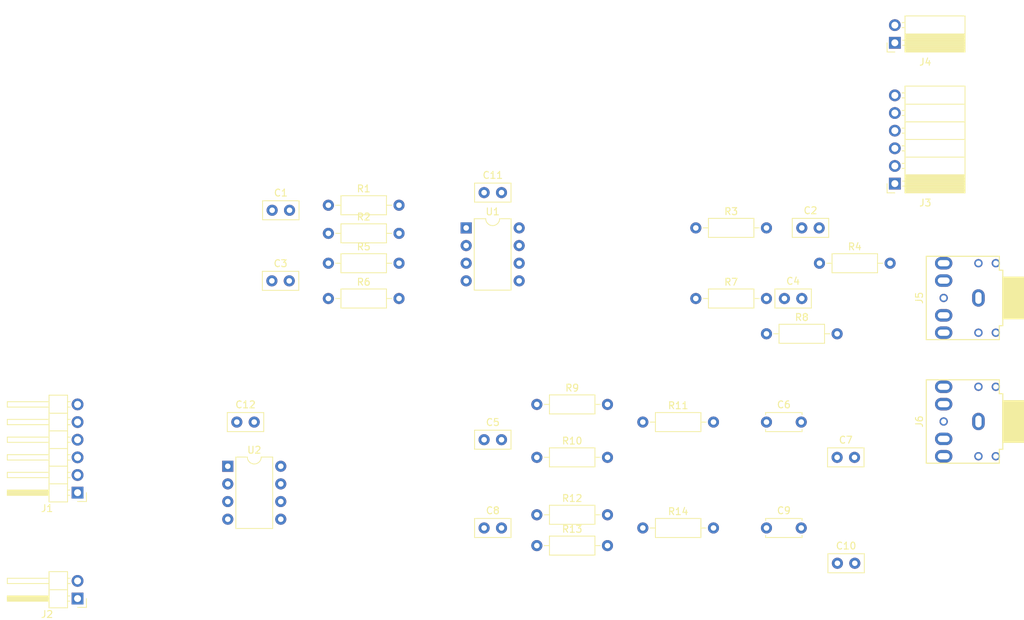
<source format=kicad_pcb>
(kicad_pcb (version 20240108) (generator "pcbnew") (generator_version "8.0")
  (layers (0 "F.Cu" signal) (31 "B.Cu" signal) (34 "B.Paste" user) (35 "F.Paste" user) (36 "B.SilkS" user "B.Silkscreen") (37 "F.SilkS" user "F.Silkscreen") (38 "B.Mask" user) (39 "F.Mask" user) (44 "Edge.Cuts" user))
  (net 0 "")
  (net 1 "Net-(U1A-+)")
  (net 2 "AUDIO_OUT_L")
  (net 3 "Net-(C2-Pad1)")
  (net 4 "EXT_AUDIO_OUT_L")
  (net 5 "Net-(U1B-+)")
  (net 6 "AUDIO_OUT_R")
  (net 7 "Net-(C4-Pad1)")
  (net 8 "EXT_AUDIO_OUT_R")
  (net 9 "Net-(U2A-+)")
  (net 10 "GND")
  (net 11 "EXT_AUDIO_IN_L")
  (net 12 "Net-(C6-Pad1)")
  (net 13 "Net-(U2B-+)")
  (net 14 "Net-(C9-Pad1)")
  (net 15 "EXT_AUDIO_IN_R")
  (net 16 "5V")
  (net 17 "AUDIO_IN_L")
  (net 18 "AUDIO_IN_R")
  (net 19 "Net-(U1A--)")
  (net 20 "Net-(U1B--)")
  (footprint "Capacitor_THT:C_Disc_D5.0mm_W2.5mm_P2.50mm" (layer "F.Cu") (at 193.08 60.96)
    (property "Reference" "C4" (at 1.25 -2.5 0) (layer "F.SilkS"))
    (property "Value" "1μF")
    (fp_line (start -1.37 -1.37) (end -1.37 1.37) (stroke (width 0.12)) (layer "F.SilkS"))
    (fp_line (start -1.37 -1.37) (end 3.87 -1.37) (stroke (width 0.12)) (layer "F.SilkS"))
    (fp_line (start -1.37 1.37) (end 3.87 1.37) (stroke (width 0.12)) (layer "F.SilkS"))
    (fp_line (start 3.87 -1.37) (end 3.87 1.37) (stroke (width 0.12)) (layer "F.SilkS"))
    (pad "1" thru_hole circle (at 0 0) (size 1.6 1.6) (drill 0.8) (layers "*.Cu" "*.Mask") (net 7 "Net-(C4-Pad1)"))
    (pad "2" thru_hole circle (at 2.5 0) (size 1.6 1.6) (drill 0.8) (layers "*.Cu" "*.Mask") (net 8 "EXT_AUDIO_OUT_R"))
  )
  (footprint "Resistor_THT:R_Axial_DIN0207_L6.3mm_D2.5mm_P10.16mm_Horizontal" (layer "F.Cu") (at 172.72 93.98)
    (property "Reference" "R14" (at 5.08 -2.37 0) (layer "F.SilkS"))
    (property "Value" "1KΩ")
    (fp_line (start 1.04 0) (end 1.81 0) (stroke (width 0.12)) (layer "F.SilkS"))
    (fp_line (start 1.81 -1.37) (end 1.81 1.37) (stroke (width 0.12)) (layer "F.SilkS"))
    (fp_line (start 1.81 1.37) (end 8.35 1.37) (stroke (width 0.12)) (layer "F.SilkS"))
    (fp_line (start 8.35 -1.37) (end 1.81 -1.37) (stroke (width 0.12)) (layer "F.SilkS"))
    (fp_line (start 8.35 1.37) (end 8.35 -1.37) (stroke (width 0.12)) (layer "F.SilkS"))
    (fp_line (start 9.12 0) (end 8.35 0) (stroke (width 0.12)) (layer "F.SilkS"))
    (pad "1" thru_hole circle (at 0 0) (size 1.6 1.6) (drill 0.8) (layers "*.Cu" "*.Mask") (net 13 "Net-(U2B-+)"))
    (pad "2" thru_hole oval (at 10.16 0) (size 1.6 1.6) (drill 0.8) (layers "*.Cu" "*.Mask") (net 14 "Net-(C9-Pad1)"))
  )
  (footprint "Capacitor_THT:C_Disc_D5.0mm_W2.5mm_P2.50mm" (layer "F.Cu") (at 149.9 93.98)
    (property "Reference" "C8" (at 1.25 -2.5 0) (layer "F.SilkS"))
    (property "Value" "1nF")
    (fp_line (start -1.37 -1.37) (end -1.37 1.37) (stroke (width 0.12)) (layer "F.SilkS"))
    (fp_line (start -1.37 -1.37) (end 3.87 -1.37) (stroke (width 0.12)) (layer "F.SilkS"))
    (fp_line (start -1.37 1.37) (end 3.87 1.37) (stroke (width 0.12)) (layer "F.SilkS"))
    (fp_line (start 3.87 -1.37) (end 3.87 1.37) (stroke (width 0.12)) (layer "F.SilkS"))
    (pad "1" thru_hole circle (at 0 0) (size 1.6 1.6) (drill 0.8) (layers "*.Cu" "*.Mask") (net 13 "Net-(U2B-+)"))
    (pad "2" thru_hole circle (at 2.5 0) (size 1.6 1.6) (drill 0.8) (layers "*.Cu" "*.Mask") (net 10 "GND"))
  )
  (footprint "Capacitor_THT:C_Disc_D5.0mm_W2.5mm_P5.00mm" (layer "F.Cu") (at 190.5 93.98)
    (property "Reference" "C9" (at 2.5 -2.5 0) (layer "F.SilkS"))
    (property "Value" "1μF")
    (fp_line (start -0.12 -1.37) (end -0.12 -1.055) (stroke (width 0.12)) (layer "F.SilkS"))
    (fp_line (start -0.12 -1.37) (end 5.12 -1.37) (stroke (width 0.12)) (layer "F.SilkS"))
    (fp_line (start -0.12 1.055) (end -0.12 1.37) (stroke (width 0.12)) (layer "F.SilkS"))
    (fp_line (start -0.12 1.37) (end 5.12 1.37) (stroke (width 0.12)) (layer "F.SilkS"))
    (fp_line (start 5.12 -1.37) (end 5.12 -1.055) (stroke (width 0.12)) (layer "F.SilkS"))
    (fp_line (start 5.12 1.055) (end 5.12 1.37) (stroke (width 0.12)) (layer "F.SilkS"))
    (pad "1" thru_hole circle (at 0 0) (size 1.6 1.6) (drill 0.8) (layers "*.Cu" "*.Mask") (net 14 "Net-(C9-Pad1)"))
    (pad "2" thru_hole circle (at 5 0) (size 1.6 1.6) (drill 0.8) (layers "*.Cu" "*.Mask") (net 15 "EXT_AUDIO_IN_R"))
  )
  (footprint "Connector_PinSocket_2.54mm:PinSocket_1x06_P2.54mm_Horizontal" (layer "F.Cu") (at 208.96 44.425 180)
    (property "Reference" "J3" (at -4.38 -2.77 180) (layer "F.SilkS"))
    (property "Value" "Conn_01x06_Male")
    (fp_line (start 1.11 -1.33) (end 1.11 0) (stroke (width 0.12)) (layer "F.SilkS"))
    (fp_line (start 0 -1.33) (end 1.11 -1.33) (stroke (width 0.12)) (layer "F.SilkS"))
    (fp_line (start -1.46 13.06) (end -1.05 13.06) (stroke (width 0.12)) (layer "F.SilkS"))
    (fp_line (start -1.46 12.34) (end -1.05 12.34) (stroke (width 0.12)) (layer "F.SilkS"))
    (fp_line (start -1.46 10.52) (end -1.05 10.52) (stroke (width 0.12)) (layer "F.SilkS"))
    (fp_line (start -1.46 9.8) (end -1.05 9.8) (stroke (width 0.12)) (layer "F.SilkS"))
    (fp_line (start -1.46 7.98) (end -1.05 7.98) (stroke (width 0.12)) (layer "F.SilkS"))
    (fp_line (start -1.46 7.26) (end -1.05 7.26) (stroke (width 0.12)) (layer "F.SilkS"))
    (fp_line (start -1.46 5.44) (end -1.05 5.44) (stroke (width 0.12)) (layer "F.SilkS"))
    (fp_line (start -1.46 4.72) (end -1.05 4.72) (stroke (width 0.12)) (layer "F.SilkS"))
    (fp_line (start -1.46 2.9) (end -1.05 2.9) (stroke (width 0.12)) (layer "F.SilkS"))
    (fp_line (start -1.46 2.18) (end -1.05 2.18) (stroke (width 0.12)) (layer "F.SilkS"))
    (fp_line (start -1.46 0.36) (end -1.11 0.36) (stroke (width 0.12)) (layer "F.SilkS"))
    (fp_line (start -1.46 -0.36) (end -1.11 -0.36) (stroke (width 0.12)) (layer "F.SilkS"))
    (fp_line (start -1.46 -1.33) (end -1.46 14.03) (stroke (width 0.12)) (layer "F.SilkS"))
    (fp_line (start -10.09 14.03) (end -1.46 14.03) (stroke (width 0.12)) (layer "F.SilkS"))
    (fp_line (start -10.09 11.43) (end -1.46 11.43) (stroke (width 0.12)) (layer "F.SilkS"))
    (fp_line (start -10.09 8.89) (end -1.46 8.89) (stroke (width 0.12)) (layer "F.SilkS"))
    (fp_line (start -10.09 6.35) (end -1.46 6.35) (stroke (width 0.12)) (layer "F.SilkS"))
    (fp_line (start -10.09 3.81) (end -1.46 3.81) (stroke (width 0.12)) (layer "F.SilkS"))
    (fp_line (start -10.09 1.27) (end -1.46 1.27) (stroke (width 0.12)) (layer "F.SilkS"))
    (fp_line (start -10.09 1.1519) (end -1.46 1.1519) (stroke (width 0.12)) (layer "F.SilkS"))
    (fp_line (start -10.09 1.033805) (end -1.46 1.033805) (stroke (width 0.12)) (layer "F.SilkS"))
    (fp_line (start -10.09 0.91571) (end -1.46 0.91571) (stroke (width 0.12)) (layer "F.SilkS"))
    (fp_line (start -10.09 0.797615) (end -1.46 0.797615) (stroke (width 0.12)) (layer "F.SilkS"))
    (fp_line (start -10.09 0.67952) (end -1.46 0.67952) (stroke (width 0.12)) (layer "F.SilkS"))
    (fp_line (start -10.09 0.561425) (end -1.46 0.561425) (stroke (width 0.12)) (layer "F.SilkS"))
    (fp_line (start -10.09 0.44333) (end -1.46 0.44333) (stroke (width 0.12)) (layer "F.SilkS"))
    (fp_line (start -10.09 0.325235) (end -1.46 0.325235) (stroke (width 0.12)) (layer "F.SilkS"))
    (fp_line (start -10.09 0.20714) (end -1.46 0.20714) (stroke (width 0.12)) (layer "F.SilkS"))
    (fp_line (start -10.09 0.089045) (end -1.46 0.089045) (stroke (width 0.12)) (layer "F.SilkS"))
    (fp_line (start -10.09 -0.02905) (end -1.46 -0.02905) (stroke (width 0.12)) (layer "F.SilkS"))
    (fp_line (start -10.09 -0.147145) (end -1.46 -0.147145) (stroke (width 0.12)) (layer "F.SilkS"))
    (fp_line (start -10.09 -0.26524) (end -1.46 -0.26524) (stroke (width 0.12)) (layer "F.SilkS"))
    (fp_line (start -10.09 -0.383335) (end -1.46 -0.383335) (stroke (width 0.12)) (layer "F.SilkS"))
    (fp_line (start -10.09 -0.50143) (end -1.46 -0.50143) (stroke (width 0.12)) (layer "F.SilkS"))
    (fp_line (start -10.09 -0.619525) (end -1.46 -0.619525) (stroke (width 0.12)) (layer "F.SilkS"))
    (fp_line (start -10.09 -0.73762) (end -1.46 -0.73762) (stroke (width 0.12)) (layer "F.SilkS"))
    (fp_line (start -10.09 -0.855715) (end -1.46 -0.855715) (stroke (width 0.12)) (layer "F.SilkS"))
    (fp_line (start -10.09 -0.97381) (end -1.46 -0.97381) (stroke (width 0.12)) (layer "F.SilkS"))
    (fp_line (start -10.09 -1.091905) (end -1.46 -1.091905) (stroke (width 0.12)) (layer "F.SilkS"))
    (fp_line (start -10.09 -1.21) (end -1.46 -1.21) (stroke (width 0.12)) (layer "F.SilkS"))
    (fp_line (start -10.09 -1.33) (end -1.46 -1.33) (stroke (width 0.12)) (layer "F.SilkS"))
    (fp_line (start -10.09 -1.33) (end -10.09 14.03) (stroke (width 0.12)) (layer "F.SilkS"))
    (pad "1" thru_hole rect (at 0 0 180) (size 1.7 1.7) (drill 1) (layers "*.Cu" "*.Mask") (net 10 "GND"))
    (pad "2" thru_hole oval (at 0 2.54 180) (size 1.7 1.7) (drill 1) (layers "*.Cu" "*.Mask") (net 11 "EXT_AUDIO_IN_L"))
    (pad "3" thru_hole oval (at 0 5.08 180) (size 1.7 1.7) (drill 1) (layers "*.Cu" "*.Mask") (net 15 "EXT_AUDIO_IN_R"))
    (pad "4" thru_hole oval (at 0 7.62 180) (size 1.7 1.7) (drill 1) (layers "*.Cu" "*.Mask") (net 4 "EXT_AUDIO_OUT_L"))
    (pad "5" thru_hole oval (at 0 10.16 180) (size 1.7 1.7) (drill 1) (layers "*.Cu" "*.Mask") (net 8 "EXT_AUDIO_OUT_R"))
    (pad "6" thru_hole oval (at 0 12.7 180) (size 1.7 1.7) (drill 1) (layers "*.Cu" "*.Mask") (net 10 "GND"))
  )
  (footprint "Resistor_THT:R_Axial_DIN0207_L6.3mm_D2.5mm_P10.16mm_Horizontal" (layer "F.Cu") (at 127.505 47.535)
    (property "Reference" "R1" (at 5.08 -2.37 0) (layer "F.SilkS"))
    (property "Value" "1MΩ")
    (fp_line (start 1.04 0) (end 1.81 0) (stroke (width 0.12)) (layer "F.SilkS"))
    (fp_line (start 1.81 -1.37) (end 1.81 1.37) (stroke (width 0.12)) (layer "F.SilkS"))
    (fp_line (start 1.81 1.37) (end 8.35 1.37) (stroke (width 0.12)) (layer "F.SilkS"))
    (fp_line (start 8.35 -1.37) (end 1.81 -1.37) (stroke (width 0.12)) (layer "F.SilkS"))
    (fp_line (start 8.35 1.37) (end 8.35 -1.37) (stroke (width 0.12)) (layer "F.SilkS"))
    (fp_line (start 9.12 0) (end 8.35 0) (stroke (width 0.12)) (layer "F.SilkS"))
    (pad "1" thru_hole circle (at 0 0) (size 1.6 1.6) (drill 0.8) (layers "*.Cu" "*.Mask") (net 1 "Net-(U1A-+)"))
    (pad "2" thru_hole oval (at 10.16 0) (size 1.6 1.6) (drill 0.8) (layers "*.Cu" "*.Mask") (net 16 "5V"))
  )
  (footprint "Connector_PinSocket_2.54mm:PinSocket_1x02_P2.54mm_Horizontal" (layer "F.Cu") (at 208.96 24.16 180)
    (property "Reference" "J4" (at -4.38 -2.77 180) (layer "F.SilkS"))
    (property "Value" "Conn_01x02_Pin")
    (fp_line (start 1.11 -1.33) (end 1.11 0) (stroke (width 0.12)) (layer "F.SilkS"))
    (fp_line (start 0 -1.33) (end 1.11 -1.33) (stroke (width 0.12)) (layer "F.SilkS"))
    (fp_line (start -1.46 2.9) (end -1.05 2.9) (stroke (width 0.12)) (layer "F.SilkS"))
    (fp_line (start -1.46 2.18) (end -1.05 2.18) (stroke (width 0.12)) (layer "F.SilkS"))
    (fp_line (start -1.46 0.36) (end -1.11 0.36) (stroke (width 0.12)) (layer "F.SilkS"))
    (fp_line (start -1.46 -0.36) (end -1.11 -0.36) (stroke (width 0.12)) (layer "F.SilkS"))
    (fp_line (start -1.46 -1.33) (end -1.46 3.87) (stroke (width 0.12)) (layer "F.SilkS"))
    (fp_line (start -10.09 3.87) (end -1.46 3.87) (stroke (width 0.12)) (layer "F.SilkS"))
    (fp_line (start -10.09 1.27) (end -1.46 1.27) (stroke (width 0.12)) (layer "F.SilkS"))
    (fp_line (start -10.09 1.1519) (end -1.46 1.1519) (stroke (width 0.12)) (layer "F.SilkS"))
    (fp_line (start -10.09 1.033805) (end -1.46 1.033805) (stroke (width 0.12)) (layer "F.SilkS"))
    (fp_line (start -10.09 0.91571) (end -1.46 0.91571) (stroke (width 0.12)) (layer "F.SilkS"))
    (fp_line (start -10.09 0.797615) (end -1.46 0.797615) (stroke (width 0.12)) (layer "F.SilkS"))
    (fp_line (start -10.09 0.67952) (end -1.46 0.67952) (stroke (width 0.12)) (layer "F.SilkS"))
    (fp_line (start -10.09 0.561425) (end -1.46 0.561425) (stroke (width 0.12)) (layer "F.SilkS"))
    (fp_line (start -10.09 0.44333) (end -1.46 0.44333) (stroke (width 0.12)) (layer "F.SilkS"))
    (fp_line (start -10.09 0.325235) (end -1.46 0.325235) (stroke (width 0.12)) (layer "F.SilkS"))
    (fp_line (start -10.09 0.20714) (end -1.46 0.20714) (stroke (width 0.12)) (layer "F.SilkS"))
    (fp_line (start -10.09 0.089045) (end -1.46 0.089045) (stroke (width 0.12)) (layer "F.SilkS"))
    (fp_line (start -10.09 -0.02905) (end -1.46 -0.02905) (stroke (width 0.12)) (layer "F.SilkS"))
    (fp_line (start -10.09 -0.147145) (end -1.46 -0.147145) (stroke (width 0.12)) (layer "F.SilkS"))
    (fp_line (start -10.09 -0.26524) (end -1.46 -0.26524) (stroke (width 0.12)) (layer "F.SilkS"))
    (fp_line (start -10.09 -0.383335) (end -1.46 -0.383335) (stroke (width 0.12)) (layer "F.SilkS"))
    (fp_line (start -10.09 -0.50143) (end -1.46 -0.50143) (stroke (width 0.12)) (layer "F.SilkS"))
    (fp_line (start -10.09 -0.619525) (end -1.46 -0.619525) (stroke (width 0.12)) (layer "F.SilkS"))
    (fp_line (start -10.09 -0.73762) (end -1.46 -0.73762) (stroke (width 0.12)) (layer "F.SilkS"))
    (fp_line (start -10.09 -0.855715) (end -1.46 -0.855715) (stroke (width 0.12)) (layer "F.SilkS"))
    (fp_line (start -10.09 -0.97381) (end -1.46 -0.97381) (stroke (width 0.12)) (layer "F.SilkS"))
    (fp_line (start -10.09 -1.091905) (end -1.46 -1.091905) (stroke (width 0.12)) (layer "F.SilkS"))
    (fp_line (start -10.09 -1.21) (end -1.46 -1.21) (stroke (width 0.12)) (layer "F.SilkS"))
    (fp_line (start -10.09 -1.33) (end -1.46 -1.33) (stroke (width 0.12)) (layer "F.SilkS"))
    (fp_line (start -10.09 -1.33) (end -10.09 3.87) (stroke (width 0.12)) (layer "F.SilkS"))
    (pad "1" thru_hole rect (at 0 0 180) (size 1.7 1.7) (drill 1) (layers "*.Cu" "*.Mask") (net 10 "GND"))
    (pad "2" thru_hole oval (at 0 2.54 180) (size 1.7 1.7) (drill 1) (layers "*.Cu" "*.Mask") (net 16 "5V"))
  )
  (footprint "Resistor_THT:R_Axial_DIN0207_L6.3mm_D2.5mm_P10.16mm_Horizontal" (layer "F.Cu") (at 127.505 60.96)
    (property "Reference" "R6" (at 5.08 -2.37 0) (layer "F.SilkS"))
    (property "Value" "1MΩ")
    (fp_line (start 1.04 0) (end 1.81 0) (stroke (width 0.12)) (layer "F.SilkS"))
    (fp_line (start 1.81 -1.37) (end 1.81 1.37) (stroke (width 0.12)) (layer "F.SilkS"))
    (fp_line (start 1.81 1.37) (end 8.35 1.37) (stroke (width 0.12)) (layer "F.SilkS"))
    (fp_line (start 8.35 -1.37) (end 1.81 -1.37) (stroke (width 0.12)) (layer "F.SilkS"))
    (fp_line (start 8.35 1.37) (end 8.35 -1.37) (stroke (width 0.12)) (layer "F.SilkS"))
    (fp_line (start 9.12 0) (end 8.35 0) (stroke (width 0.12)) (layer "F.SilkS"))
    (pad "1" thru_hole circle (at 0 0) (size 1.6 1.6) (drill 0.8) (layers "*.Cu" "*.Mask") (net 10 "GND"))
    (pad "2" thru_hole oval (at 10.16 0) (size 1.6 1.6) (drill 0.8) (layers "*.Cu" "*.Mask") (net 5 "Net-(U1B-+)"))
  )
  (footprint "Capacitor_THT:C_Disc_D5.0mm_W2.5mm_P2.50mm" (layer "F.Cu") (at 200.66 83.82)
    (property "Reference" "C7" (at 1.25 -2.5 0) (layer "F.SilkS"))
    (property "Value" "100pF")
    (fp_line (start -1.37 -1.37) (end -1.37 1.37) (stroke (width 0.12)) (layer "F.SilkS"))
    (fp_line (start -1.37 -1.37) (end 3.87 -1.37) (stroke (width 0.12)) (layer "F.SilkS"))
    (fp_line (start -1.37 1.37) (end 3.87 1.37) (stroke (width 0.12)) (layer "F.SilkS"))
    (fp_line (start 3.87 -1.37) (end 3.87 1.37) (stroke (width 0.12)) (layer "F.SilkS"))
    (pad "1" thru_hole circle (at 0 0) (size 1.6 1.6) (drill 0.8) (layers "*.Cu" "*.Mask") (net 11 "EXT_AUDIO_IN_L"))
    (pad "2" thru_hole circle (at 2.5 0) (size 1.6 1.6) (drill 0.8) (layers "*.Cu" "*.Mask") (net 10 "GND"))
  )
  (footprint "Resistor_THT:R_Axial_DIN0207_L6.3mm_D2.5mm_P10.16mm_Horizontal" (layer "F.Cu") (at 198.12 55.88)
    (property "Reference" "R4" (at 5.08 -2.37 0) (layer "F.SilkS"))
    (property "Value" "100KΩ")
    (fp_line (start 1.04 0) (end 1.81 0) (stroke (width 0.12)) (layer "F.SilkS"))
    (fp_line (start 1.81 -1.37) (end 1.81 1.37) (stroke (width 0.12)) (layer "F.SilkS"))
    (fp_line (start 1.81 1.37) (end 8.35 1.37) (stroke (width 0.12)) (layer "F.SilkS"))
    (fp_line (start 8.35 -1.37) (end 1.81 -1.37) (stroke (width 0.12)) (layer "F.SilkS"))
    (fp_line (start 8.35 1.37) (end 8.35 -1.37) (stroke (width 0.12)) (layer "F.SilkS"))
    (fp_line (start 9.12 0) (end 8.35 0) (stroke (width 0.12)) (layer "F.SilkS"))
    (pad "1" thru_hole circle (at 0 0) (size 1.6 1.6) (drill 0.8) (layers "*.Cu" "*.Mask") (net 10 "GND"))
    (pad "2" thru_hole oval (at 10.16 0) (size 1.6 1.6) (drill 0.8) (layers "*.Cu" "*.Mask") (net 4 "EXT_AUDIO_OUT_L"))
  )
  (footprint "Capacitor_THT:C_Disc_D5.0mm_W2.5mm_P2.50mm" (layer "F.Cu") (at 200.7 99.06)
    (property "Reference" "C10" (at 1.25 -2.5 0) (layer "F.SilkS"))
    (property "Value" "100pF")
    (fp_line (start -1.37 -1.37) (end -1.37 1.37) (stroke (width 0.12)) (layer "F.SilkS"))
    (fp_line (start -1.37 -1.37) (end 3.87 -1.37) (stroke (width 0.12)) (layer "F.SilkS"))
    (fp_line (start -1.37 1.37) (end 3.87 1.37) (stroke (width 0.12)) (layer "F.SilkS"))
    (fp_line (start 3.87 -1.37) (end 3.87 1.37) (stroke (width 0.12)) (layer "F.SilkS"))
    (pad "1" thru_hole circle (at 0 0) (size 1.6 1.6) (drill 0.8) (layers "*.Cu" "*.Mask") (net 15 "EXT_AUDIO_IN_R"))
    (pad "2" thru_hole circle (at 2.5 0) (size 1.6 1.6) (drill 0.8) (layers "*.Cu" "*.Mask") (net 10 "GND"))
  )
  (footprint "Resistor_THT:R_Axial_DIN0207_L6.3mm_D2.5mm_P10.16mm_Horizontal" (layer "F.Cu") (at 180.34 60.96)
    (property "Reference" "R7" (at 5.08 -2.37 0) (layer "F.SilkS"))
    (property "Value" "100Ω")
    (fp_line (start 1.04 0) (end 1.81 0) (stroke (width 0.12)) (layer "F.SilkS"))
    (fp_line (start 1.81 -1.37) (end 1.81 1.37) (stroke (width 0.12)) (layer "F.SilkS"))
    (fp_line (start 1.81 1.37) (end 8.35 1.37) (stroke (width 0.12)) (layer "F.SilkS"))
    (fp_line (start 8.35 -1.37) (end 1.81 -1.37) (stroke (width 0.12)) (layer "F.SilkS"))
    (fp_line (start 8.35 1.37) (end 8.35 -1.37) (stroke (width 0.12)) (layer "F.SilkS"))
    (fp_line (start 9.12 0) (end 8.35 0) (stroke (width 0.12)) (layer "F.SilkS"))
    (pad "1" thru_hole circle (at 0 0) (size 1.6 1.6) (drill 0.8) (layers "*.Cu" "*.Mask") (net 20 "Net-(U1B--)"))
    (pad "2" thru_hole oval (at 10.16 0) (size 1.6 1.6) (drill 0.8) (layers "*.Cu" "*.Mask") (net 7 "Net-(C4-Pad1)"))
  )
  (footprint "Connector_PinHeader_2.54mm:PinHeader_1x02_P2.54mm_Horizontal" (layer "F.Cu") (at 91.44 104.14 180)
    (property "Reference" "J2" (at 4.385 -2.27 180) (layer "F.SilkS"))
    (property "Value" "Conn_01x02_Pin")
    (fp_line (start 10.1 2.92) (end 4.1 2.92) (stroke (width 0.12)) (layer "F.SilkS"))
    (fp_line (start 10.1 2.16) (end 10.1 2.92) (stroke (width 0.12)) (layer "F.SilkS"))
    (fp_line (start 10.1 0.38) (end 4.1 0.38) (stroke (width 0.12)) (layer "F.SilkS"))
    (fp_line (start 10.1 -0.38) (end 10.1 0.38) (stroke (width 0.12)) (layer "F.SilkS"))
    (fp_line (start 4.1 3.87) (end 4.1 -1.33) (stroke (width 0.12)) (layer "F.SilkS"))
    (fp_line (start 4.1 2.16) (end 10.1 2.16) (stroke (width 0.12)) (layer "F.SilkS"))
    (fp_line (start 4.1 0.28) (end 10.1 0.28) (stroke (width 0.12)) (layer "F.SilkS"))
    (fp_line (start 4.1 0.16) (end 10.1 0.16) (stroke (width 0.12)) (layer "F.SilkS"))
    (fp_line (start 4.1 0.04) (end 10.1 0.04) (stroke (width 0.12)) (layer "F.SilkS"))
    (fp_line (start 4.1 -0.08) (end 10.1 -0.08) (stroke (width 0.12)) (layer "F.SilkS"))
    (fp_line (start 4.1 -0.2) (end 10.1 -0.2) (stroke (width 0.12)) (layer "F.SilkS"))
    (fp_line (start 4.1 -0.32) (end 10.1 -0.32) (stroke (width 0.12)) (layer "F.SilkS"))
    (fp_line (start 4.1 -0.38) (end 10.1 -0.38) (stroke (width 0.12)) (layer "F.SilkS"))
    (fp_line (start 4.1 -1.33) (end 1.44 -1.33) (stroke (width 0.12)) (layer "F.SilkS"))
    (fp_line (start 1.44 3.87) (end 4.1 3.87) (stroke (width 0.12)) (layer "F.SilkS"))
    (fp_line (start 1.44 1.27) (end 4.1 1.27) (stroke (width 0.12)) (layer "F.SilkS"))
    (fp_line (start 1.44 -1.33) (end 1.44 3.87) (stroke (width 0.12)) (layer "F.SilkS"))
    (fp_line (start 1.11 0.38) (end 1.44 0.38) (stroke (width 0.12)) (layer "F.SilkS"))
    (fp_line (start 1.11 -0.38) (end 1.44 -0.38) (stroke (width 0.12)) (layer "F.SilkS"))
    (fp_line (start 1.042929 2.92) (end 1.44 2.92) (stroke (width 0.12)) (layer "F.SilkS"))
    (fp_line (start 1.042929 2.16) (end 1.44 2.16) (stroke (width 0.12)) (layer "F.SilkS"))
    (fp_line (start -1.27 0) (end -1.27 -1.27) (stroke (width 0.12)) (layer "F.SilkS"))
    (fp_line (start -1.27 -1.27) (end 0 -1.27) (stroke (width 0.12)) (layer "F.SilkS"))
    (pad "1" thru_hole rect (at 0 0 180) (size 1.7 1.7) (drill 1) (layers "*.Cu" "*.Mask") (net 16 "5V"))
    (pad "2" thru_hole oval (at 0 2.54 180) (size 1.7 1.7) (drill 1) (layers "*.Cu" "*.Mask") (net 10 "GND"))
  )
  (footprint "Package_DIP:DIP-8_W7.62mm" (layer "F.Cu") (at 113.04 85.1)
    (property "Reference" "U2" (at 3.81 -2.33 0) (layer "F.SilkS"))
    (property "Value" "TL072")
    (fp_line (start 1.16 -1.33) (end 1.16 8.95) (stroke (width 0.12)) (layer "F.SilkS"))
    (fp_line (start 1.16 8.95) (end 6.46 8.95) (stroke (width 0.12)) (layer "F.SilkS"))
    (fp_line (start 2.81 -1.33) (end 1.16 -1.33) (stroke (width 0.12)) (layer "F.SilkS"))
    (fp_line (start 6.46 -1.33) (end 4.81 -1.33) (stroke (width 0.12)) (layer "F.SilkS"))
    (fp_line (start 6.46 8.95) (end 6.46 -1.33) (stroke (width 0.12)) (layer "F.SilkS"))
    (fp_arc (start 4.81 -1.33) (mid 3.81 -0.33) (end 2.81 -1.33) (stroke (width 0.12)) (layer "F.SilkS"))
    (pad "1" thru_hole rect (at 0 0) (size 1.6 1.6) (drill 0.8) (layers "*.Cu" "*.Mask") (net 17 "AUDIO_IN_L"))
    (pad "2" thru_hole oval (at 0 2.54) (size 1.6 1.6) (drill 0.8) (layers "*.Cu" "*.Mask") (net 17 "AUDIO_IN_L"))
    (pad "3" thru_hole oval (at 0 5.08) (size 1.6 1.6) (drill 0.8) (layers "*.Cu" "*.Mask") (net 9 "Net-(U2A-+)"))
    (pad "4" thru_hole oval (at 0 7.62) (size 1.6 1.6) (drill 0.8) (layers "*.Cu" "*.Mask") (net 10 "GND"))
    (pad "5" thru_hole oval (at 7.62 7.62) (size 1.6 1.6) (drill 0.8) (layers "*.Cu" "*.Mask") (net 13 "Net-(U2B-+)"))
    (pad "6" thru_hole oval (at 7.62 5.08) (size 1.6 1.6) (drill 0.8) (layers "*.Cu" "*.Mask") (net 18 "AUDIO_IN_R"))
    (pad "7" thru_hole oval (at 7.62 2.54) (size 1.6 1.6) (drill 0.8) (layers "*.Cu" "*.Mask") (net 18 "AUDIO_IN_R"))
    (pad "8" thru_hole oval (at 7.62 0) (size 1.6 1.6) (drill 0.8) (layers "*.Cu" "*.Mask") (net 16 "5V"))
  )
  (footprint "Capacitor_THT:C_Disc_D5.0mm_W2.5mm_P2.50mm" (layer "F.Cu") (at 119.42 48.26)
    (property "Reference" "C1" (at 1.25 -2.5 0) (layer "F.SilkS"))
    (property "Value" "1μF")
    (fp_line (start -1.37 -1.37) (end -1.37 1.37) (stroke (width 0.12)) (layer "F.SilkS"))
    (fp_line (start -1.37 -1.37) (end 3.87 -1.37) (stroke (width 0.12)) (layer "F.SilkS"))
    (fp_line (start -1.37 1.37) (end 3.87 1.37) (stroke (width 0.12)) (layer "F.SilkS"))
    (fp_line (start 3.87 -1.37) (end 3.87 1.37) (stroke (width 0.12)) (layer "F.SilkS"))
    (pad "1" thru_hole circle (at 0 0) (size 1.6 1.6) (drill 0.8) (layers "*.Cu" "*.Mask") (net 2 "AUDIO_OUT_L"))
    (pad "2" thru_hole circle (at 2.5 0) (size 1.6 1.6) (drill 0.8) (layers "*.Cu" "*.Mask") (net 1 "Net-(U1A-+)"))
  )
  (footprint "Protoplasma:PJ-307" (layer "F.Cu") (at 217.98 60.88 180)
    (property "Reference" "J5" (at 5.5 0 270) (layer "F.SilkS"))
    (property "Value" "AudioJack3")
    (fp_line (start 4.5 6) (end -6 6) (stroke (width 0.15)) (layer "F.SilkS"))
    (fp_line (start 4.5 -6) (end 4.5 6) (stroke (width 0.15)) (layer "F.SilkS"))
    (fp_line (start -6 6) (end -6 4) (stroke (width 0.15)) (layer "F.SilkS"))
    (fp_line (start -6 4) (end -6.5 4) (stroke (width 0.15)) (layer "F.SilkS"))
    (fp_line (start -6 -4) (end -6.5 -4) (stroke (width 0.15)) (layer "F.SilkS"))
    (fp_line (start -6 -6) (end 4.5 -6) (stroke (width 0.15)) (layer "F.SilkS"))
    (fp_line (start -6 -6) (end -6 -4) (stroke (width 0.15)) (layer "F.SilkS"))
    (fp_line (start -6.5 4) (end -6.5 -4) (stroke (width 0.15)) (layer "F.SilkS"))
    (fp_poly (pts (xy -6.5 -3) (xy -6.5 3) (xy -9.5 3) (xy -9.5 -3)) (stroke (width 0.15)) (fill solid) (layer "F.SilkS"))
    (pad "" np_thru_hole circle (at -5.5 -5 180) (size 1.2 1.2) (drill 0.762) (layers "*.Cu" "*.Mask"))
    (pad "" np_thru_hole circle (at -5.5 5 180) (size 1.2 1.2) (drill 0.762) (layers "*.Cu" "*.Mask"))
    (pad "" np_thru_hole circle (at -3 -5 180) (size 1.2 1.2) (drill 0.762) (layers "*.Cu" "*.Mask"))
    (pad "" np_thru_hole circle (at -3 5 180) (size 1.2 1.2) (drill 0.762) (layers "*.Cu" "*.Mask"))
    (pad "" np_thru_hole circle (at 2 0 180) (size 1.2 1.2) (drill 0.762) (layers "*.Cu" "*.Mask"))
    (pad "R" thru_hole oval (at 2 -5 180) (size 2.5 1.8) (drill oval 1.7 0.9) (layers "*.Cu" "*.Mask") (net 8 "EXT_AUDIO_OUT_R"))
    (pad "RN" thru_hole oval (at 2 -2.5 180) (size 2.5 1.8) (drill oval 1.7 0.9) (layers "*.Cu" "*.Mask"))
    (pad "S" thru_hole oval (at -3 0 270) (size 2.5 1.8) (drill oval 1.7 0.9) (layers "*.Cu" "*.Mask") (net 10 "GND"))
    (pad "T" thru_hole oval (at 2 5 180) (size 2.5 1.8) (drill oval 1.7 0.9) (layers "*.Cu" "*.Mask") (net 4 "EXT_AUDIO_OUT_L"))
    (pad "TN" thru_hole oval (at 2 2.5 180) (size 2.5 1.8) (drill oval 1.7 0.9) (layers "*.Cu" "*.Mask"))
  )
  (footprint "Capacitor_THT:C_Disc_D5.0mm_W2.5mm_P2.50mm" (layer "F.Cu") (at 114.34 78.74)
    (property "Reference" "C12" (at 1.25 -2.5 0) (layer "F.SilkS"))
    (property "Value" "100nF")
    (fp_line (start -1.37 -1.37) (end -1.37 1.37) (stroke (width 0.12)) (layer "F.SilkS"))
    (fp_line (start -1.37 -1.37) (end 3.87 -1.37) (stroke (width 0.12)) (layer "F.SilkS"))
    (fp_line (start -1.37 1.37) (end 3.87 1.37) (stroke (width 0.12)) (layer "F.SilkS"))
    (fp_line (start 3.87 -1.37) (end 3.87 1.37) (stroke (width 0.12)) (layer "F.SilkS"))
    (pad "1" thru_hole circle (at 0 0) (size 1.6 1.6) (drill 0.8) (layers "*.Cu" "*.Mask") (net 16 "5V"))
    (pad "2" thru_hole circle (at 2.5 0) (size 1.6 1.6) (drill 0.8) (layers "*.Cu" "*.Mask") (net 10 "GND"))
  )
  (footprint "Resistor_THT:R_Axial_DIN0207_L6.3mm_D2.5mm_P10.16mm_Horizontal" (layer "F.Cu") (at 172.72 78.74)
    (property "Reference" "R11" (at 5.08 -2.37 0) (layer "F.SilkS"))
    (property "Value" "1KΩ")
    (fp_line (start 1.04 0) (end 1.81 0) (stroke (width 0.12)) (layer "F.SilkS"))
    (fp_line (start 1.81 -1.37) (end 1.81 1.37) (stroke (width 0.12)) (layer "F.SilkS"))
    (fp_line (start 1.81 1.37) (end 8.35 1.37) (stroke (width 0.12)) (layer "F.SilkS"))
    (fp_line (start 8.35 -1.37) (end 1.81 -1.37) (stroke (width 0.12)) (layer "F.SilkS"))
    (fp_line (start 8.35 1.37) (end 8.35 -1.37) (stroke (width 0.12)) (layer "F.SilkS"))
    (fp_line (start 9.12 0) (end 8.35 0) (stroke (width 0.12)) (layer "F.SilkS"))
    (pad "1" thru_hole circle (at 0 0) (size 1.6 1.6) (drill 0.8) (layers "*.Cu" "*.Mask") (net 9 "Net-(U2A-+)"))
    (pad "2" thru_hole oval (at 10.16 0) (size 1.6 1.6) (drill 0.8) (layers "*.Cu" "*.Mask") (net 12 "Net-(C6-Pad1)"))
  )
  (footprint "Resistor_THT:R_Axial_DIN0207_L6.3mm_D2.5mm_P10.16mm_Horizontal" (layer "F.Cu") (at 127.505 55.88)
    (property "Reference" "R5" (at 5.08 -2.37 0) (layer "F.SilkS"))
    (property "Value" "1MΩ")
    (fp_line (start 1.04 0) (end 1.81 0) (stroke (width 0.12)) (layer "F.SilkS"))
    (fp_line (start 1.81 -1.37) (end 1.81 1.37) (stroke (width 0.12)) (layer "F.SilkS"))
    (fp_line (start 1.81 1.37) (end 8.35 1.37) (stroke (width 0.12)) (layer "F.SilkS"))
    (fp_line (start 8.35 -1.37) (end 1.81 -1.37) (stroke (width 0.12)) (layer "F.SilkS"))
    (fp_line (start 8.35 1.37) (end 8.35 -1.37) (stroke (width 0.12)) (layer "F.SilkS"))
    (fp_line (start 9.12 0) (end 8.35 0) (stroke (width 0.12)) (layer "F.SilkS"))
    (pad "1" thru_hole circle (at 0 0) (size 1.6 1.6) (drill 0.8) (layers "*.Cu" "*.Mask") (net 5 "Net-(U1B-+)"))
    (pad "2" thru_hole oval (at 10.16 0) (size 1.6 1.6) (drill 0.8) (layers "*.Cu" "*.Mask") (net 16 "5V"))
  )
  (footprint "Capacitor_THT:C_Disc_D5.0mm_W2.5mm_P2.50mm" (layer "F.Cu") (at 149.9 81.28)
    (property "Reference" "C5" (at 1.25 -2.5 0) (layer "F.SilkS"))
    (property "Value" "1nF")
    (fp_line (start -1.37 -1.37) (end -1.37 1.37) (stroke (width 0.12)) (layer "F.SilkS"))
    (fp_line (start -1.37 -1.37) (end 3.87 -1.37) (stroke (width 0.12)) (layer "F.SilkS"))
    (fp_line (start -1.37 1.37) (end 3.87 1.37) (stroke (width 0.12)) (layer "F.SilkS"))
    (fp_line (start 3.87 -1.37) (end 3.87 1.37) (stroke (width 0.12)) (layer "F.SilkS"))
    (pad "1" thru_hole circle (at 0 0) (size 1.6 1.6) (drill 0.8) (layers "*.Cu" "*.Mask") (net 9 "Net-(U2A-+)"))
    (pad "2" thru_hole circle (at 2.5 0) (size 1.6 1.6) (drill 0.8) (layers "*.Cu" "*.Mask") (net 10 "GND"))
  )
  (footprint "Resistor_THT:R_Axial_DIN0207_L6.3mm_D2.5mm_P10.16mm_Horizontal" (layer "F.Cu") (at 157.48 76.2)
    (property "Reference" "R9" (at 5.08 -2.37 0) (layer "F.SilkS"))
    (property "Value" "1MΩ")
    (fp_line (start 1.04 0) (end 1.81 0) (stroke (width 0.12)) (layer "F.SilkS"))
    (fp_line (start 1.81 -1.37) (end 1.81 1.37) (stroke (width 0.12)) (layer "F.SilkS"))
    (fp_line (start 1.81 1.37) (end 8.35 1.37) (stroke (width 0.12)) (layer "F.SilkS"))
    (fp_line (start 8.35 -1.37) (end 1.81 -1.37) (stroke (width 0.12)) (layer "F.SilkS"))
    (fp_line (start 8.35 1.37) (end 8.35 -1.37) (stroke (width 0.12)) (layer "F.SilkS"))
    (fp_line (start 9.12 0) (end 8.35 0) (stroke (width 0.12)) (layer "F.SilkS"))
    (pad "1" thru_hole circle (at 0 0) (size 1.6 1.6) (drill 0.8) (layers "*.Cu" "*.Mask") (net 9 "Net-(U2A-+)"))
    (pad "2" thru_hole oval (at 10.16 0) (size 1.6 1.6) (drill 0.8) (layers "*.Cu" "*.Mask") (net 16 "5V"))
  )
  (footprint "Capacitor_THT:C_Disc_D5.0mm_W2.5mm_P2.50mm" (layer "F.Cu") (at 195.58 50.8)
    (property "Reference" "C2" (at 1.25 -2.5 0) (layer "F.SilkS"))
    (property "Value" "1μF")
    (fp_line (start -1.37 -1.37) (end -1.37 1.37) (stroke (width 0.12)) (layer "F.SilkS"))
    (fp_line (start -1.37 -1.37) (end 3.87 -1.37) (stroke (width 0.12)) (layer "F.SilkS"))
    (fp_line (start -1.37 1.37) (end 3.87 1.37) (stroke (width 0.12)) (layer "F.SilkS"))
    (fp_line (start 3.87 -1.37) (end 3.87 1.37) (stroke (width 0.12)) (layer "F.SilkS"))
    (pad "1" thru_hole circle (at 0 0) (size 1.6 1.6) (drill 0.8) (layers "*.Cu" "*.Mask") (net 3 "Net-(C2-Pad1)"))
    (pad "2" thru_hole circle (at 2.5 0) (size 1.6 1.6) (drill 0.8) (layers "*.Cu" "*.Mask") (net 4 "EXT_AUDIO_OUT_L"))
  )
  (footprint "Capacitor_THT:C_Disc_D5.0mm_W2.5mm_P2.50mm" (layer "F.Cu") (at 149.9 45.72)
    (property "Reference" "C11" (at 1.25 -2.5 0) (layer "F.SilkS"))
    (property "Value" "100nF")
    (fp_line (start -1.37 -1.37) (end -1.37 1.37) (stroke (width 0.12)) (layer "F.SilkS"))
    (fp_line (start -1.37 -1.37) (end 3.87 -1.37) (stroke (width 0.12)) (layer "F.SilkS"))
    (fp_line (start -1.37 1.37) (end 3.87 1.37) (stroke (width 0.12)) (layer "F.SilkS"))
    (fp_line (start 3.87 -1.37) (end 3.87 1.37) (stroke (width 0.12)) (layer "F.SilkS"))
    (pad "1" thru_hole circle (at 0 0) (size 1.6 1.6) (drill 0.8) (layers "*.Cu" "*.Mask") (net 16 "5V"))
    (pad "2" thru_hole circle (at 2.5 0) (size 1.6 1.6) (drill 0.8) (layers "*.Cu" "*.Mask") (net 10 "GND"))
  )
  (footprint "Protoplasma:PJ-307" (layer "F.Cu") (at 217.98 78.66 180)
    (property "Reference" "J6" (at 5.5 0 270) (layer "F.SilkS"))
    (property "Value" "AudioJack3")
    (fp_line (start 4.5 6) (end -6 6) (stroke (width 0.15)) (layer "F.SilkS"))
    (fp_line (start 4.5 -6) (end 4.5 6) (stroke (width 0.15)) (layer "F.SilkS"))
    (fp_line (start -6 6) (end -6 4) (stroke (width 0.15)) (layer "F.SilkS"))
    (fp_line (start -6 4) (end -6.5 4) (stroke (width 0.15)) (layer "F.SilkS"))
    (fp_line (start -6 -4) (end -6.5 -4) (stroke (width 0.15)) (layer "F.SilkS"))
    (fp_line (start -6 -6) (end 4.5 -6) (stroke (width 0.15)) (layer "F.SilkS"))
    (fp_line (start -6 -6) (end -6 -4) (stroke (width 0.15)) (layer "F.SilkS"))
    (fp_line (start -6.5 4) (end -6.5 -4) (stroke (width 0.15)) (layer "F.SilkS"))
    (fp_poly (pts (xy -6.5 -3) (xy -6.5 3) (xy -9.5 3) (xy -9.5 -3)) (stroke (width 0.15)) (fill solid) (layer "F.SilkS"))
    (pad "" np_thru_hole circle (at -5.5 -5 180) (size 1.2 1.2) (drill 0.762) (layers "*.Cu" "*.Mask"))
    (pad "" np_thru_hole circle (at -5.5 5 180) (size 1.2 1.2) (drill 0.762) (layers "*.Cu" "*.Mask"))
    (pad "" np_thru_hole circle (at -3 -5 180) (size 1.2 1.2) (drill 0.762) (layers "*.Cu" "*.Mask"))
    (pad "" np_thru_hole circle (at -3 5 180) (size 1.2 1.2) (drill 0.762) (layers "*.Cu" "*.Mask"))
    (pad "" np_thru_hole circle (at 2 0 180) (size 1.2 1.2) (drill 0.762) (layers "*.Cu" "*.Mask"))
    (pad "R" thru_hole oval (at 2 -5 180) (size 2.5 1.8) (drill oval 1.7 0.9) (layers "*.Cu" "*.Mask") (net 15 "EXT_AUDIO_IN_R"))
    (pad "RN" thru_hole oval (at 2 -2.5 180) (size 2.5 1.8) (drill oval 1.7 0.9) (layers "*.Cu" "*.Mask"))
    (pad "S" thru_hole oval (at -3 0 270) (size 2.5 1.8) (drill oval 1.7 0.9) (layers "*.Cu" "*.Mask") (net 10 "GND"))
    (pad "T" thru_hole oval (at 2 5 180) (size 2.5 1.8) (drill oval 1.7 0.9) (layers "*.Cu" "*.Mask") (net 11 "EXT_AUDIO_IN_L"))
    (pad "TN" thru_hole oval (at 2 2.5 180) (size 2.5 1.8) (drill oval 1.7 0.9) (layers "*.Cu" "*.Mask"))
  )
  (footprint "Resistor_THT:R_Axial_DIN0207_L6.3mm_D2.5mm_P10.16mm_Horizontal" (layer "F.Cu") (at 180.34 50.8)
    (property "Reference" "R3" (at 5.08 -2.37 0) (layer "F.SilkS"))
    (property "Value" "100Ω")
    (fp_line (start 1.04 0) (end 1.81 0) (stroke (width 0.12)) (layer "F.SilkS"))
    (fp_line (start 1.81 -1.37) (end 1.81 1.37) (stroke (width 0.12)) (layer "F.SilkS"))
    (fp_line (start 1.81 1.37) (end 8.35 1.37) (stroke (width 0.12)) (layer "F.SilkS"))
    (fp_line (start 8.35 -1.37) (end 1.81 -1.37) (stroke (width 0.12)) (layer "F.SilkS"))
    (fp_line (start 8.35 1.37) (end 8.35 -1.37) (stroke (width 0.12)) (layer "F.SilkS"))
    (fp_line (start 9.12 0) (end 8.35 0) (stroke (width 0.12)) (layer "F.SilkS"))
    (pad "1" thru_hole circle (at 0 0) (size 1.6 1.6) (drill 0.8) (layers "*.Cu" "*.Mask") (net 19 "Net-(U1A--)"))
    (pad "2" thru_hole oval (at 10.16 0) (size 1.6 1.6) (drill 0.8) (layers "*.Cu" "*.Mask") (net 3 "Net-(C2-Pad1)"))
  )
  (footprint "Resistor_THT:R_Axial_DIN0207_L6.3mm_D2.5mm_P10.16mm_Horizontal" (layer "F.Cu") (at 157.48 96.52)
    (property "Reference" "R13" (at 5.08 -2.37 0) (layer "F.SilkS"))
    (property "Value" "1MΩ")
    (fp_line (start 1.04 0) (end 1.81 0) (stroke (width 0.12)) (layer "F.SilkS"))
    (fp_line (start 1.81 -1.37) (end 1.81 1.37) (stroke (width 0.12)) (layer "F.SilkS"))
    (fp_line (start 1.81 1.37) (end 8.35 1.37) (stroke (width 0.12)) (layer "F.SilkS"))
    (fp_line (start 8.35 -1.37) (end 1.81 -1.37) (stroke (width 0.12)) (layer "F.SilkS"))
    (fp_line (start 8.35 1.37) (end 8.35 -1.37) (stroke (width 0.12)) (layer "F.SilkS"))
    (fp_line (start 9.12 0) (end 8.35 0) (stroke (width 0.12)) (layer "F.SilkS"))
    (pad "1" thru_hole circle (at 0 0) (size 1.6 1.6) (drill 0.8) (layers "*.Cu" "*.Mask") (net 10 "GND"))
    (pad "2" thru_hole oval (at 10.16 0) (size 1.6 1.6) (drill 0.8) (layers "*.Cu" "*.Mask") (net 13 "Net-(U2B-+)"))
  )
  (footprint "Resistor_THT:R_Axial_DIN0207_L6.3mm_D2.5mm_P10.16mm_Horizontal" (layer "F.Cu") (at 127.505 51.585)
    (property "Reference" "R2" (at 5.08 -2.37 0) (layer "F.SilkS"))
    (property "Value" "1MΩ")
    (fp_line (start 1.04 0) (end 1.81 0) (stroke (width 0.12)) (layer "F.SilkS"))
    (fp_line (start 1.81 -1.37) (end 1.81 1.37) (stroke (width 0.12)) (layer "F.SilkS"))
    (fp_line (start 1.81 1.37) (end 8.35 1.37) (stroke (width 0.12)) (layer "F.SilkS"))
    (fp_line (start 8.35 -1.37) (end 1.81 -1.37) (stroke (width 0.12)) (layer "F.SilkS"))
    (fp_line (start 8.35 1.37) (end 8.35 -1.37) (stroke (width 0.12)) (layer "F.SilkS"))
    (fp_line (start 9.12 0) (end 8.35 0) (stroke (width 0.12)) (layer "F.SilkS"))
    (pad "1" thru_hole circle (at 0 0) (size 1.6 1.6) (drill 0.8) (layers "*.Cu" "*.Mask") (net 10 "GND"))
    (pad "2" thru_hole oval (at 10.16 0) (size 1.6 1.6) (drill 0.8) (layers "*.Cu" "*.Mask") (net 1 "Net-(U1A-+)"))
  )
  (footprint "Resistor_THT:R_Axial_DIN0207_L6.3mm_D2.5mm_P10.16mm_Horizontal" (layer "F.Cu") (at 157.48 92.085)
    (property "Reference" "R12" (at 5.08 -2.37 0) (layer "F.SilkS"))
    (property "Value" "1MΩ")
    (fp_line (start 1.04 0) (end 1.81 0) (stroke (width 0.12)) (layer "F.SilkS"))
    (fp_line (start 1.81 -1.37) (end 1.81 1.37) (stroke (width 0.12)) (layer "F.SilkS"))
    (fp_line (start 1.81 1.37) (end 8.35 1.37) (stroke (width 0.12)) (layer "F.SilkS"))
    (fp_line (start 8.35 -1.37) (end 1.81 -1.37) (stroke (width 0.12)) (layer "F.SilkS"))
    (fp_line (start 8.35 1.37) (end 8.35 -1.37) (stroke (width 0.12)) (layer "F.SilkS"))
    (fp_line (start 9.12 0) (end 8.35 0) (stroke (width 0.12)) (layer "F.SilkS"))
    (pad "1" thru_hole circle (at 0 0) (size 1.6 1.6) (drill 0.8) (layers "*.Cu" "*.Mask") (net 13 "Net-(U2B-+)"))
    (pad "2" thru_hole oval (at 10.16 0) (size 1.6 1.6) (drill 0.8) (layers "*.Cu" "*.Mask") (net 16 "5V"))
  )
  (footprint "Resistor_THT:R_Axial_DIN0207_L6.3mm_D2.5mm_P10.16mm_Horizontal" (layer "F.Cu") (at 157.48 83.82)
    (property "Reference" "R10" (at 5.08 -2.37 0) (layer "F.SilkS"))
    (property "Value" "1MΩ")
    (fp_line (start 1.04 0) (end 1.81 0) (stroke (width 0.12)) (layer "F.SilkS"))
    (fp_line (start 1.81 -1.37) (end 1.81 1.37) (stroke (width 0.12)) (layer "F.SilkS"))
    (fp_line (start 1.81 1.37) (end 8.35 1.37) (stroke (width 0.12)) (layer "F.SilkS"))
    (fp_line (start 8.35 -1.37) (end 1.81 -1.37) (stroke (width 0.12)) (layer "F.SilkS"))
    (fp_line (start 8.35 1.37) (end 8.35 -1.37) (stroke (width 0.12)) (layer "F.SilkS"))
    (fp_line (start 9.12 0) (end 8.35 0) (stroke (width 0.12)) (layer "F.SilkS"))
    (pad "1" thru_hole circle (at 0 0) (size 1.6 1.6) (drill 0.8) (layers "*.Cu" "*.Mask") (net 10 "GND"))
    (pad "2" thru_hole oval (at 10.16 0) (size 1.6 1.6) (drill 0.8) (layers "*.Cu" "*.Mask") (net 9 "Net-(U2A-+)"))
  )
  (footprint "Capacitor_THT:C_Disc_D5.0mm_W2.5mm_P5.00mm" (layer "F.Cu") (at 190.5 78.74)
    (property "Reference" "C6" (at 2.5 -2.5 0) (layer "F.SilkS"))
    (property "Value" "1μF")
    (fp_line (start -0.12 -1.37) (end -0.12 -1.055) (stroke (width 0.12)) (layer "F.SilkS"))
    (fp_line (start -0.12 -1.37) (end 5.12 -1.37) (stroke (width 0.12)) (layer "F.SilkS"))
    (fp_line (start -0.12 1.055) (end -0.12 1.37) (stroke (width 0.12)) (layer "F.SilkS"))
    (fp_line (start -0.12 1.37) (end 5.12 1.37) (stroke (width 0.12)) (layer "F.SilkS"))
    (fp_line (start 5.12 -1.37) (end 5.12 -1.055) (stroke (width 0.12)) (layer "F.SilkS"))
    (fp_line (start 5.12 1.055) (end 5.12 1.37) (stroke (width 0.12)) (layer "F.SilkS"))
    (pad "1" thru_hole circle (at 0 0) (size 1.6 1.6) (drill 0.8) (layers "*.Cu" "*.Mask") (net 12 "Net-(C6-Pad1)"))
    (pad "2" thru_hole circle (at 5 0) (size 1.6 1.6) (drill 0.8) (layers "*.Cu" "*.Mask") (net 11 "EXT_AUDIO_IN_L"))
  )
  (footprint "Connector_PinHeader_2.54mm:PinHeader_1x06_P2.54mm_Horizontal" (layer "F.Cu") (at 91.44 88.9 180)
    (property "Reference" "J1" (at 4.385 -2.27 180) (layer "F.SilkS"))
    (property "Value" "Conn_01x06_Male")
    (fp_line (start 10.1 13.08) (end 4.1 13.08) (stroke (width 0.12)) (layer "F.SilkS"))
    (fp_line (start 10.1 12.32) (end 10.1 13.08) (stroke (width 0.12)) (layer "F.SilkS"))
    (fp_line (start 10.1 10.54) (end 4.1 10.54) (stroke (width 0.12)) (layer "F.SilkS"))
    (fp_line (start 10.1 9.78) (end 10.1 10.54) (stroke (width 0.12)) (layer "F.SilkS"))
    (fp_line (start 10.1 8) (end 4.1 8) (stroke (width 0.12)) (layer "F.SilkS"))
    (fp_line (start 10.1 7.24) (end 10.1 8) (stroke (width 0.12)) (layer "F.SilkS"))
    (fp_line (start 10.1 5.46) (end 4.1 5.46) (stroke (width 0.12)) (layer "F.SilkS"))
    (fp_line (start 10.1 4.7) (end 10.1 5.46) (stroke (width 0.12)) (layer "F.SilkS"))
    (fp_line (start 10.1 2.92) (end 4.1 2.92) (stroke (width 0.12)) (layer "F.SilkS"))
    (fp_line (start 10.1 2.16) (end 10.1 2.92) (stroke (width 0.12)) (layer "F.SilkS"))
    (fp_line (start 10.1 0.38) (end 4.1 0.38) (stroke (width 0.12)) (layer "F.SilkS"))
    (fp_line (start 10.1 -0.38) (end 10.1 0.38) (stroke (width 0.12)) (layer "F.SilkS"))
    (fp_line (start 4.1 14.03) (end 4.1 -1.33) (stroke (width 0.12)) (layer "F.SilkS"))
    (fp_line (start 4.1 12.32) (end 10.1 12.32) (stroke (width 0.12)) (layer "F.SilkS"))
    (fp_line (start 4.1 9.78) (end 10.1 9.78) (stroke (width 0.12)) (layer "F.SilkS"))
    (fp_line (start 4.1 7.24) (end 10.1 7.24) (stroke (width 0.12)) (layer "F.SilkS"))
    (fp_line (start 4.1 4.7) (end 10.1 4.7) (stroke (width 0.12)) (layer "F.SilkS"))
    (fp_line (start 4.1 2.16) (end 10.1 2.16) (stroke (width 0.12)) (layer "F.SilkS"))
    (fp_line (start 4.1 0.28) (end 10.1 0.28) (stroke (width 0.12)) (layer "F.SilkS"))
    (fp_line (start 4.1 0.16) (end 10.1 0.16) (stroke (width 0.12)) (layer "F.SilkS"))
    (fp_line (start 4.1 0.04) (end 10.1 0.04) (stroke (width 0.12)) (layer "F.SilkS"))
    (fp_line (start 4.1 -0.08) (end 10.1 -0.08) (stroke (width 0.12)) (layer "F.SilkS"))
    (fp_line (start 4.1 -0.2) (end 10.1 -0.2) (stroke (width 0.12)) (layer "F.SilkS"))
    (fp_line (start 4.1 -0.32) (end 10.1 -0.32) (stroke (width 0.12)) (layer "F.SilkS"))
    (fp_line (start 4.1 -0.38) (end 10.1 -0.38) (stroke (width 0.12)) (layer "F.SilkS"))
    (fp_line (start 4.1 -1.33) (end 1.44 -1.33) (stroke (width 0.12)) (layer "F.SilkS"))
    (fp_line (start 1.44 14.03) (end 4.1 14.03) (stroke (width 0.12)) (layer "F.SilkS"))
    (fp_line (start 1.44 11.43) (end 4.1 11.43) (stroke (width 0.12)) (layer "F.SilkS"))
    (fp_line (start 1.44 8.89) (end 4.1 8.89) (stroke (width 0.12)) (layer "F.SilkS"))
    (fp_line (start 1.44 6.35) (end 4.1 6.35) (stroke (width 0.12)) (layer "F.SilkS"))
    (fp_line (start 1.44 3.81) (end 4.1 3.81) (stroke (width 0.12)) (layer "F.SilkS"))
    (fp_line (start 1.44 1.27) (end 4.1 1.27) (stroke (width 0.12)) (layer "F.SilkS"))
    (fp_line (start 1.44 -1.33) (end 1.44 14.03) (stroke (width 0.12)) (layer "F.SilkS"))
    (fp_line (start 1.11 0.38) (end 1.44 0.38) (stroke (width 0.12)) (layer "F.SilkS"))
    (fp_line (start 1.11 -0.38) (end 1.44 -0.38) (stroke (width 0.12)) (layer "F.SilkS"))
    (fp_line (start 1.042929 13.08) (end 1.44 13.08) (stroke (width 0.12)) (layer "F.SilkS"))
    (fp_line (start 1.042929 12.32) (end 1.44 12.32) (stroke (width 0.12)) (layer "F.SilkS"))
    (fp_line (start 1.042929 10.54) (end 1.44 10.54) (stroke (width 0.12)) (layer "F.SilkS"))
    (fp_line (start 1.042929 9.78) (end 1.44 9.78) (stroke (width 0.12)) (layer "F.SilkS"))
    (fp_line (start 1.042929 8) (end 1.44 8) (stroke (width 0.12)) (layer "F.SilkS"))
    (fp_line (start 1.042929 7.24) (end 1.44 7.24) (stroke (width 0.12)) (layer "F.SilkS"))
    (fp_line (start 1.042929 5.46) (end 1.44 5.46) (stroke (width 0.12)) (layer "F.SilkS"))
    (fp_line (start 1.042929 4.7) (end 1.44 4.7) (stroke (width 0.12)) (layer "F.SilkS"))
    (fp_line (start 1.042929 2.92) (end 1.44 2.92) (stroke (width 0.12)) (layer "F.SilkS"))
    (fp_line (start 1.042929 2.16) (end 1.44 2.16) (stroke (width 0.12)) (layer "F.SilkS"))
    (fp_line (start -1.27 0) (end -1.27 -1.27) (stroke (width 0.12)) (layer "F.SilkS"))
    (fp_line (start -1.27 -1.27) (end 0 -1.27) (stroke (width 0.12)) (layer "F.SilkS"))
    (pad "1" thru_hole rect (at 0 0 180) (size 1.7 1.7) (drill 1) (layers "*.Cu" "*.Mask") (net 10 "GND"))
    (pad "2" thru_hole oval (at 0 2.54 180) (size 1.7 1.7) (drill 1) (layers "*.Cu" "*.Mask") (net 6 "AUDIO_OUT_R"))
    (pad "3" thru_hole oval (at 0 5.08 180) (size 1.7 1.7) (drill 1) (layers "*.Cu" "*.Mask") (net 2 "AUDIO_OUT_L"))
    (pad "4" thru_hole oval (at 0 7.62 180) (size 1.7 1.7) (drill 1) (layers "*.Cu" "*.Mask") (net 18 "AUDIO_IN_R"))
    (pad "5" thru_hole oval (at 0 10.16 180) (size 1.7 1.7) (drill 1) (layers "*.Cu" "*.Mask") (net 17 "AUDIO_IN_L"))
    (pad "6" thru_hole oval (at 0 12.7 180) (size 1.7 1.7) (drill 1) (layers "*.Cu" "*.Mask") (net 10 "GND"))
  )
  (footprint "Resistor_THT:R_Axial_DIN0207_L6.3mm_D2.5mm_P10.16mm_Horizontal" (layer "F.Cu") (at 190.5 66.04)
    (property "Reference" "R8" (at 5.08 -2.37 0) (layer "F.SilkS"))
    (property "Value" "100KΩ")
    (fp_line (start 1.04 0) (end 1.81 0) (stroke (width 0.12)) (layer "F.SilkS"))
    (fp_line (start 1.81 -1.37) (end 1.81 1.37) (stroke (width 0.12)) (layer "F.SilkS"))
    (fp_line (start 1.81 1.37) (end 8.35 1.37) (stroke (width 0.12)) (layer "F.SilkS"))
    (fp_line (start 8.35 -1.37) (end 1.81 -1.37) (stroke (width 0.12)) (layer "F.SilkS"))
    (fp_line (start 8.35 1.37) (end 8.35 -1.37) (stroke (width 0.12)) (layer "F.SilkS"))
    (fp_line (start 9.12 0) (end 8.35 0) (stroke (width 0.12)) (layer "F.SilkS"))
    (pad "1" thru_hole circle (at 0 0) (size 1.6 1.6) (drill 0.8) (layers "*.Cu" "*.Mask") (net 10 "GND"))
    (pad "2" thru_hole oval (at 10.16 0) (size 1.6 1.6) (drill 0.8) (layers "*.Cu" "*.Mask") (net 8 "EXT_AUDIO_OUT_R"))
  )
  (footprint "Package_DIP:DIP-8_W7.62mm" (layer "F.Cu") (at 147.32 50.8)
    (property "Reference" "U1" (at 3.81 -2.33 0) (layer "F.SilkS"))
    (property "Value" "TL072")
    (fp_line (start 1.16 -1.33) (end 1.16 8.95) (stroke (width 0.12)) (layer "F.SilkS"))
    (fp_line (start 1.16 8.95) (end 6.46 8.95) (stroke (width 0.12)) (layer "F.SilkS"))
    (fp_line (start 2.81 -1.33) (end 1.16 -1.33) (stroke (width 0.12)) (layer "F.SilkS"))
    (fp_line (start 6.46 -1.33) (end 4.81 -1.33) (stroke (width 0.12)) (layer "F.SilkS"))
    (fp_line (start 6.46 8.95) (end 6.46 -1.33) (stroke (width 0.12)) (layer "F.SilkS"))
    (fp_arc (start 4.81 -1.33) (mid 3.81 -0.33) (end 2.81 -1.33) (stroke (width 0.12)) (layer "F.SilkS"))
    (pad "1" thru_hole rect (at 0 0) (size 1.6 1.6) (drill 0.8) (layers "*.Cu" "*.Mask") (net 19 "Net-(U1A--)"))
    (pad "2" thru_hole oval (at 0 2.54) (size 1.6 1.6) (drill 0.8) (layers "*.Cu" "*.Mask") (net 19 "Net-(U1A--)"))
    (pad "3" thru_hole oval (at 0 5.08) (size 1.6 1.6) (drill 0.8) (layers "*.Cu" "*.Mask") (net 1 "Net-(U1A-+)"))
    (pad "4" thru_hole oval (at 0 7.62) (size 1.6 1.6) (drill 0.8) (layers "*.Cu" "*.Mask") (net 10 "GND"))
    (pad "5" thru_hole oval (at 7.62 7.62) (size 1.6 1.6) (drill 0.8) (layers "*.Cu" "*.Mask") (net 5 "Net-(U1B-+)"))
    (pad "6" thru_hole oval (at 7.62 5.08) (size 1.6 1.6) (drill 0.8) (layers "*.Cu" "*.Mask") (net 20 "Net-(U1B--)"))
    (pad "7" thru_hole oval (at 7.62 2.54) (size 1.6 1.6) (drill 0.8) (layers "*.Cu" "*.Mask") (net 20 "Net-(U1B--)"))
    (pad "8" thru_hole oval (at 7.62 0) (size 1.6 1.6) (drill 0.8) (layers "*.Cu" "*.Mask") (net 16 "5V"))
  )
  (footprint "Capacitor_THT:C_Disc_D5.0mm_W2.5mm_P2.50mm" (layer "F.Cu") (at 119.38 58.42)
    (property "Reference" "C3" (at 1.25 -2.5 0) (layer "F.SilkS"))
    (property "Value" "1μF")
    (fp_line (start -1.37 -1.37) (end -1.37 1.37) (stroke (width 0.12)) (layer "F.SilkS"))
    (fp_line (start -1.37 -1.37) (end 3.87 -1.37) (stroke (width 0.12)) (layer "F.SilkS"))
    (fp_line (start -1.37 1.37) (end 3.87 1.37) (stroke (width 0.12)) (layer "F.SilkS"))
    (fp_line (start 3.87 -1.37) (end 3.87 1.37) (stroke (width 0.12)) (layer "F.SilkS"))
    (pad "1" thru_hole circle (at 0 0) (size 1.6 1.6) (drill 0.8) (layers "*.Cu" "*.Mask") (net 6 "AUDIO_OUT_R"))
    (pad "2" thru_hole circle (at 2.5 0) (size 1.6 1.6) (drill 0.8) (layers "*.Cu" "*.Mask") (net 5 "Net-(U1B-+)"))
  )
)
</source>
